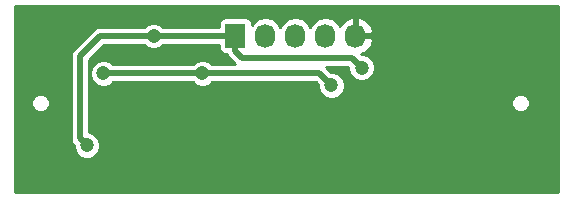
<source format=gbr>
G04 #@! TF.FileFunction,Copper,L2,Bot,Signal*
%FSLAX46Y46*%
G04 Gerber Fmt 4.6, Leading zero omitted, Abs format (unit mm)*
G04 Created by KiCad (PCBNEW 4.0.0-rc1-stable) date 10/11/2017 19:58:53*
%MOMM*%
G01*
G04 APERTURE LIST*
%ADD10C,0.100000*%
%ADD11R,1.727200X2.032000*%
%ADD12O,1.727200X2.032000*%
%ADD13C,1.200000*%
%ADD14C,0.500000*%
%ADD15C,0.304800*%
%ADD16C,0.254000*%
G04 APERTURE END LIST*
D10*
D11*
X161290000Y-98425000D03*
D12*
X163830000Y-98425000D03*
X166370000Y-98425000D03*
X168910000Y-98425000D03*
X171450000Y-98425000D03*
D13*
X171983410Y-101117410D03*
X154381200Y-98450400D03*
X148717000Y-107696000D03*
X176784000Y-97282000D03*
X144272000Y-97790000D03*
X156845000Y-107950000D03*
X146050000Y-109982000D03*
X144780000Y-106807000D03*
X160401000Y-107950000D03*
X174117000Y-107442000D03*
X179959000Y-107442000D03*
X185547000Y-107442000D03*
X179832000Y-100076000D03*
X160401000Y-107950000D03*
X158496000Y-101600000D03*
X169418000Y-102616000D03*
X150114000Y-101600000D03*
D14*
X154381200Y-98450400D02*
X161290000Y-98425000D01*
X149860000Y-98425000D02*
X154381200Y-98450400D01*
X148117001Y-100167999D02*
X149860000Y-98425000D01*
X148117001Y-107096001D02*
X148117001Y-100167999D01*
X148717000Y-107696000D02*
X148117001Y-107096001D01*
X161290000Y-98425000D02*
X161290000Y-99745800D01*
X161290000Y-99745800D02*
X161848800Y-100304600D01*
X161848800Y-100304600D02*
X171170600Y-100304600D01*
X171170600Y-100304600D02*
X171983410Y-101117410D01*
D15*
X171170600Y-100304600D02*
X171983410Y-101117410D01*
X161848800Y-100304600D02*
X171170600Y-100304600D01*
X161290000Y-99745800D02*
X161848800Y-100304600D01*
X161290000Y-98425000D02*
X161290000Y-98577400D01*
X171958000Y-100838000D02*
X171983410Y-100863410D01*
X144272000Y-97790000D02*
X145506999Y-96555001D01*
X145506999Y-96555001D02*
X172270407Y-96555001D01*
X172270407Y-96555001D02*
X176057001Y-96555001D01*
X171450000Y-98425000D02*
X171450000Y-97104200D01*
X171450000Y-97104200D02*
X171999199Y-96555001D01*
X171999199Y-96555001D02*
X172270407Y-96555001D01*
X176057001Y-96555001D02*
X176784000Y-97282000D01*
X179959000Y-107442000D02*
X179959000Y-100203000D01*
X179959000Y-100203000D02*
X179832000Y-100076000D01*
X178816000Y-99060000D02*
X179832000Y-100076000D01*
X146050000Y-109982000D02*
X154813000Y-109982000D01*
X154813000Y-109982000D02*
X156845000Y-107950000D01*
X144780000Y-109093000D02*
X145669000Y-109982000D01*
X145669000Y-109982000D02*
X146050000Y-109982000D01*
X144780000Y-106807000D02*
X144780000Y-109093000D01*
X174117000Y-107442000D02*
X160909000Y-107442000D01*
X160909000Y-107442000D02*
X160401000Y-107950000D01*
X185547000Y-107442000D02*
X179959000Y-107442000D01*
X160401000Y-107950000D02*
X160401000Y-107950000D01*
D14*
X168402000Y-101600000D02*
X169418000Y-102616000D01*
X150114000Y-101600000D02*
X158496000Y-101600000D01*
X158496000Y-101600000D02*
X168402000Y-101600000D01*
D15*
X168402000Y-101600000D02*
X158496000Y-101600000D01*
X169418000Y-102616000D02*
X168402000Y-101600000D01*
X150622000Y-101600000D02*
X150114000Y-101600000D01*
X158496000Y-101600000D02*
X150622000Y-101600000D01*
D16*
G36*
X188574000Y-111633000D02*
X142642000Y-111633000D01*
X142642000Y-104293877D01*
X144002866Y-104293877D01*
X144120908Y-104579560D01*
X144339290Y-104798324D01*
X144624767Y-104916865D01*
X144933877Y-104917134D01*
X145219560Y-104799092D01*
X145438324Y-104580710D01*
X145556865Y-104295233D01*
X145557134Y-103986123D01*
X145439092Y-103700440D01*
X145220710Y-103481676D01*
X144935233Y-103363135D01*
X144626123Y-103362866D01*
X144340440Y-103480908D01*
X144121676Y-103699290D01*
X144003135Y-103984767D01*
X144002866Y-104293877D01*
X142642000Y-104293877D01*
X142642000Y-100167999D01*
X147340001Y-100167999D01*
X147340001Y-107096001D01*
X147399147Y-107393346D01*
X147567579Y-107645423D01*
X147590024Y-107667868D01*
X147589805Y-107919191D01*
X147761019Y-108333560D01*
X148077772Y-108650867D01*
X148491842Y-108822804D01*
X148940191Y-108823195D01*
X149354560Y-108651981D01*
X149671867Y-108335228D01*
X149843804Y-107921158D01*
X149844195Y-107472809D01*
X149672981Y-107058440D01*
X149356228Y-106741133D01*
X148942158Y-106569196D01*
X148894001Y-106569154D01*
X148894001Y-104293877D01*
X184642866Y-104293877D01*
X184760908Y-104579560D01*
X184979290Y-104798324D01*
X185264767Y-104916865D01*
X185573877Y-104917134D01*
X185859560Y-104799092D01*
X186078324Y-104580710D01*
X186196865Y-104295233D01*
X186197134Y-103986123D01*
X186079092Y-103700440D01*
X185860710Y-103481676D01*
X185575233Y-103363135D01*
X185266123Y-103362866D01*
X184980440Y-103480908D01*
X184761676Y-103699290D01*
X184643135Y-103984767D01*
X184642866Y-104293877D01*
X148894001Y-104293877D01*
X148894001Y-100489843D01*
X150180034Y-99203810D01*
X153559822Y-99222798D01*
X153741972Y-99405267D01*
X154156042Y-99577204D01*
X154604391Y-99577595D01*
X155018760Y-99406381D01*
X155201068Y-99224391D01*
X159889076Y-99207156D01*
X159889076Y-99441000D01*
X159925823Y-99636294D01*
X160041242Y-99815660D01*
X160217351Y-99935990D01*
X160426400Y-99978324D01*
X160559252Y-99978324D01*
X160572146Y-100043145D01*
X160740578Y-100295222D01*
X161268356Y-100823000D01*
X159312784Y-100823000D01*
X159135228Y-100645133D01*
X158721158Y-100473196D01*
X158272809Y-100472805D01*
X157858440Y-100644019D01*
X157679146Y-100823000D01*
X150930784Y-100823000D01*
X150753228Y-100645133D01*
X150339158Y-100473196D01*
X149890809Y-100472805D01*
X149476440Y-100644019D01*
X149159133Y-100960772D01*
X148987196Y-101374842D01*
X148986805Y-101823191D01*
X149158019Y-102237560D01*
X149474772Y-102554867D01*
X149888842Y-102726804D01*
X150337191Y-102727195D01*
X150751560Y-102555981D01*
X150930854Y-102377000D01*
X157679216Y-102377000D01*
X157856772Y-102554867D01*
X158270842Y-102726804D01*
X158719191Y-102727195D01*
X159133560Y-102555981D01*
X159312854Y-102377000D01*
X168080156Y-102377000D01*
X168291024Y-102587868D01*
X168290805Y-102839191D01*
X168462019Y-103253560D01*
X168778772Y-103570867D01*
X169192842Y-103742804D01*
X169641191Y-103743195D01*
X170055560Y-103571981D01*
X170372867Y-103255228D01*
X170544804Y-102841158D01*
X170545195Y-102392809D01*
X170373981Y-101978440D01*
X170057228Y-101661133D01*
X169643158Y-101489196D01*
X169389819Y-101488975D01*
X168982444Y-101081600D01*
X170848756Y-101081600D01*
X170856434Y-101089278D01*
X170856215Y-101340601D01*
X171027429Y-101754970D01*
X171344182Y-102072277D01*
X171758252Y-102244214D01*
X172206601Y-102244605D01*
X172620970Y-102073391D01*
X172938277Y-101756638D01*
X173110214Y-101342568D01*
X173110605Y-100894219D01*
X172939391Y-100479850D01*
X172622638Y-100162543D01*
X172208568Y-99990606D01*
X171955229Y-99990385D01*
X171939363Y-99974519D01*
X172352036Y-99775732D01*
X172741954Y-99339320D01*
X172935184Y-98786913D01*
X172790924Y-98552000D01*
X171577000Y-98552000D01*
X171577000Y-98572000D01*
X171323000Y-98572000D01*
X171323000Y-98552000D01*
X171303000Y-98552000D01*
X171303000Y-98298000D01*
X171323000Y-98298000D01*
X171323000Y-96938783D01*
X171577000Y-96938783D01*
X171577000Y-98298000D01*
X172790924Y-98298000D01*
X172935184Y-98063087D01*
X172741954Y-97510680D01*
X172352036Y-97074268D01*
X171824791Y-96820291D01*
X171809026Y-96817642D01*
X171577000Y-96938783D01*
X171323000Y-96938783D01*
X171090974Y-96817642D01*
X171075209Y-96820291D01*
X170547964Y-97074268D01*
X170158046Y-97510680D01*
X170124845Y-97605595D01*
X169893303Y-97259068D01*
X169442160Y-96957624D01*
X168910000Y-96851771D01*
X168377840Y-96957624D01*
X167926697Y-97259068D01*
X167640000Y-97688141D01*
X167353303Y-97259068D01*
X166902160Y-96957624D01*
X166370000Y-96851771D01*
X165837840Y-96957624D01*
X165386697Y-97259068D01*
X165100000Y-97688141D01*
X164813303Y-97259068D01*
X164362160Y-96957624D01*
X163830000Y-96851771D01*
X163297840Y-96957624D01*
X162846697Y-97259068D01*
X162690924Y-97492199D01*
X162690924Y-97409000D01*
X162654177Y-97213706D01*
X162538758Y-97034340D01*
X162362649Y-96914010D01*
X162153600Y-96871676D01*
X160426400Y-96871676D01*
X160231106Y-96908423D01*
X160051740Y-97023842D01*
X159931410Y-97199951D01*
X159889076Y-97409000D01*
X159889076Y-97653145D01*
X155194992Y-97670403D01*
X155020428Y-97495533D01*
X154606358Y-97323596D01*
X154158009Y-97323205D01*
X153743640Y-97494419D01*
X153568930Y-97668824D01*
X149864365Y-97648012D01*
X149862181Y-97648434D01*
X149860000Y-97648000D01*
X149713431Y-97677155D01*
X149566693Y-97705487D01*
X149564837Y-97706712D01*
X149562655Y-97707146D01*
X149438386Y-97790180D01*
X149313673Y-97872500D01*
X149312427Y-97874343D01*
X149310578Y-97875578D01*
X147567579Y-99618577D01*
X147399147Y-99870654D01*
X147340001Y-100167999D01*
X142642000Y-100167999D01*
X142642000Y-95885000D01*
X188574000Y-95885000D01*
X188574000Y-111633000D01*
X188574000Y-111633000D01*
G37*
X188574000Y-111633000D02*
X142642000Y-111633000D01*
X142642000Y-104293877D01*
X144002866Y-104293877D01*
X144120908Y-104579560D01*
X144339290Y-104798324D01*
X144624767Y-104916865D01*
X144933877Y-104917134D01*
X145219560Y-104799092D01*
X145438324Y-104580710D01*
X145556865Y-104295233D01*
X145557134Y-103986123D01*
X145439092Y-103700440D01*
X145220710Y-103481676D01*
X144935233Y-103363135D01*
X144626123Y-103362866D01*
X144340440Y-103480908D01*
X144121676Y-103699290D01*
X144003135Y-103984767D01*
X144002866Y-104293877D01*
X142642000Y-104293877D01*
X142642000Y-100167999D01*
X147340001Y-100167999D01*
X147340001Y-107096001D01*
X147399147Y-107393346D01*
X147567579Y-107645423D01*
X147590024Y-107667868D01*
X147589805Y-107919191D01*
X147761019Y-108333560D01*
X148077772Y-108650867D01*
X148491842Y-108822804D01*
X148940191Y-108823195D01*
X149354560Y-108651981D01*
X149671867Y-108335228D01*
X149843804Y-107921158D01*
X149844195Y-107472809D01*
X149672981Y-107058440D01*
X149356228Y-106741133D01*
X148942158Y-106569196D01*
X148894001Y-106569154D01*
X148894001Y-104293877D01*
X184642866Y-104293877D01*
X184760908Y-104579560D01*
X184979290Y-104798324D01*
X185264767Y-104916865D01*
X185573877Y-104917134D01*
X185859560Y-104799092D01*
X186078324Y-104580710D01*
X186196865Y-104295233D01*
X186197134Y-103986123D01*
X186079092Y-103700440D01*
X185860710Y-103481676D01*
X185575233Y-103363135D01*
X185266123Y-103362866D01*
X184980440Y-103480908D01*
X184761676Y-103699290D01*
X184643135Y-103984767D01*
X184642866Y-104293877D01*
X148894001Y-104293877D01*
X148894001Y-100489843D01*
X150180034Y-99203810D01*
X153559822Y-99222798D01*
X153741972Y-99405267D01*
X154156042Y-99577204D01*
X154604391Y-99577595D01*
X155018760Y-99406381D01*
X155201068Y-99224391D01*
X159889076Y-99207156D01*
X159889076Y-99441000D01*
X159925823Y-99636294D01*
X160041242Y-99815660D01*
X160217351Y-99935990D01*
X160426400Y-99978324D01*
X160559252Y-99978324D01*
X160572146Y-100043145D01*
X160740578Y-100295222D01*
X161268356Y-100823000D01*
X159312784Y-100823000D01*
X159135228Y-100645133D01*
X158721158Y-100473196D01*
X158272809Y-100472805D01*
X157858440Y-100644019D01*
X157679146Y-100823000D01*
X150930784Y-100823000D01*
X150753228Y-100645133D01*
X150339158Y-100473196D01*
X149890809Y-100472805D01*
X149476440Y-100644019D01*
X149159133Y-100960772D01*
X148987196Y-101374842D01*
X148986805Y-101823191D01*
X149158019Y-102237560D01*
X149474772Y-102554867D01*
X149888842Y-102726804D01*
X150337191Y-102727195D01*
X150751560Y-102555981D01*
X150930854Y-102377000D01*
X157679216Y-102377000D01*
X157856772Y-102554867D01*
X158270842Y-102726804D01*
X158719191Y-102727195D01*
X159133560Y-102555981D01*
X159312854Y-102377000D01*
X168080156Y-102377000D01*
X168291024Y-102587868D01*
X168290805Y-102839191D01*
X168462019Y-103253560D01*
X168778772Y-103570867D01*
X169192842Y-103742804D01*
X169641191Y-103743195D01*
X170055560Y-103571981D01*
X170372867Y-103255228D01*
X170544804Y-102841158D01*
X170545195Y-102392809D01*
X170373981Y-101978440D01*
X170057228Y-101661133D01*
X169643158Y-101489196D01*
X169389819Y-101488975D01*
X168982444Y-101081600D01*
X170848756Y-101081600D01*
X170856434Y-101089278D01*
X170856215Y-101340601D01*
X171027429Y-101754970D01*
X171344182Y-102072277D01*
X171758252Y-102244214D01*
X172206601Y-102244605D01*
X172620970Y-102073391D01*
X172938277Y-101756638D01*
X173110214Y-101342568D01*
X173110605Y-100894219D01*
X172939391Y-100479850D01*
X172622638Y-100162543D01*
X172208568Y-99990606D01*
X171955229Y-99990385D01*
X171939363Y-99974519D01*
X172352036Y-99775732D01*
X172741954Y-99339320D01*
X172935184Y-98786913D01*
X172790924Y-98552000D01*
X171577000Y-98552000D01*
X171577000Y-98572000D01*
X171323000Y-98572000D01*
X171323000Y-98552000D01*
X171303000Y-98552000D01*
X171303000Y-98298000D01*
X171323000Y-98298000D01*
X171323000Y-96938783D01*
X171577000Y-96938783D01*
X171577000Y-98298000D01*
X172790924Y-98298000D01*
X172935184Y-98063087D01*
X172741954Y-97510680D01*
X172352036Y-97074268D01*
X171824791Y-96820291D01*
X171809026Y-96817642D01*
X171577000Y-96938783D01*
X171323000Y-96938783D01*
X171090974Y-96817642D01*
X171075209Y-96820291D01*
X170547964Y-97074268D01*
X170158046Y-97510680D01*
X170124845Y-97605595D01*
X169893303Y-97259068D01*
X169442160Y-96957624D01*
X168910000Y-96851771D01*
X168377840Y-96957624D01*
X167926697Y-97259068D01*
X167640000Y-97688141D01*
X167353303Y-97259068D01*
X166902160Y-96957624D01*
X166370000Y-96851771D01*
X165837840Y-96957624D01*
X165386697Y-97259068D01*
X165100000Y-97688141D01*
X164813303Y-97259068D01*
X164362160Y-96957624D01*
X163830000Y-96851771D01*
X163297840Y-96957624D01*
X162846697Y-97259068D01*
X162690924Y-97492199D01*
X162690924Y-97409000D01*
X162654177Y-97213706D01*
X162538758Y-97034340D01*
X162362649Y-96914010D01*
X162153600Y-96871676D01*
X160426400Y-96871676D01*
X160231106Y-96908423D01*
X160051740Y-97023842D01*
X159931410Y-97199951D01*
X159889076Y-97409000D01*
X159889076Y-97653145D01*
X155194992Y-97670403D01*
X155020428Y-97495533D01*
X154606358Y-97323596D01*
X154158009Y-97323205D01*
X153743640Y-97494419D01*
X153568930Y-97668824D01*
X149864365Y-97648012D01*
X149862181Y-97648434D01*
X149860000Y-97648000D01*
X149713431Y-97677155D01*
X149566693Y-97705487D01*
X149564837Y-97706712D01*
X149562655Y-97707146D01*
X149438386Y-97790180D01*
X149313673Y-97872500D01*
X149312427Y-97874343D01*
X149310578Y-97875578D01*
X147567579Y-99618577D01*
X147399147Y-99870654D01*
X147340001Y-100167999D01*
X142642000Y-100167999D01*
X142642000Y-95885000D01*
X188574000Y-95885000D01*
X188574000Y-111633000D01*
M02*

</source>
